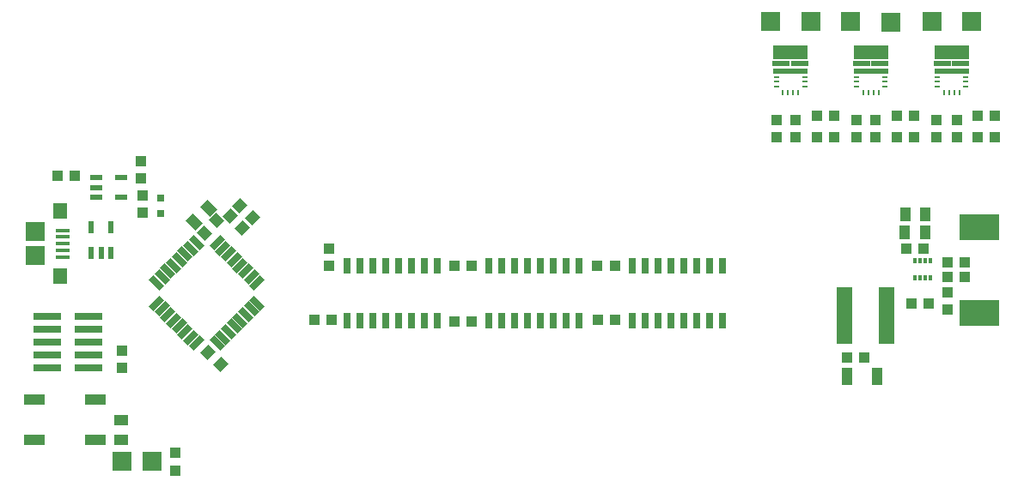
<source format=gbr>
%TF.GenerationSoftware,Altium Limited,Altium Designer,22.9.1 (49)*%
G04 Layer_Color=8421504*
%FSLAX45Y45*%
%MOMM*%
%TF.SameCoordinates,925A93EA-3B44-44BF-AA41-ED200E7300F1*%
%TF.FilePolarity,Positive*%
%TF.FileFunction,Paste,Top*%
%TF.Part,Single*%
G01*
G75*
%TA.AperFunction,SMDPad,CuDef*%
G04:AMPARAMS|DCode=10|XSize=1mm|YSize=1.1mm|CornerRadius=0mm|HoleSize=0mm|Usage=FLASHONLY|Rotation=315.000|XOffset=0mm|YOffset=0mm|HoleType=Round|Shape=Rectangle|*
%AMROTATEDRECTD10*
4,1,4,-0.74246,-0.03535,0.03535,0.74246,0.74246,0.03535,-0.03535,-0.74246,-0.74246,-0.03535,0.0*
%
%ADD10ROTATEDRECTD10*%

%ADD11R,1.00000X1.40000*%
%ADD12R,1.00000X1.10000*%
%ADD13R,0.30000X0.47500*%
%ADD14R,1.65000X5.60000*%
%ADD15R,1.10000X1.00000*%
%ADD16R,1.10000X1.80000*%
%ADD17R,4.00000X2.50000*%
%ADD18R,2.00000X1.00000*%
%ADD19R,2.00000X1.00000*%
%ADD20R,1.40000X1.00000*%
%ADD21R,1.90000X1.90000*%
%ADD22R,2.79000X0.74000*%
G04:AMPARAMS|DCode=23|XSize=1.475mm|YSize=0.6mm|CornerRadius=0mm|HoleSize=0mm|Usage=FLASHONLY|Rotation=225.000|XOffset=0mm|YOffset=0mm|HoleType=Round|Shape=Rectangle|*
%AMROTATEDRECTD23*
4,1,4,0.30936,0.73362,0.73362,0.30936,-0.30936,-0.73362,-0.73362,-0.30936,0.30936,0.73362,0.0*
%
%ADD23ROTATEDRECTD23*%

G04:AMPARAMS|DCode=24|XSize=1.475mm|YSize=0.6mm|CornerRadius=0mm|HoleSize=0mm|Usage=FLASHONLY|Rotation=135.000|XOffset=0mm|YOffset=0mm|HoleType=Round|Shape=Rectangle|*
%AMROTATEDRECTD24*
4,1,4,0.73362,-0.30936,0.30936,-0.73362,-0.73362,0.30936,-0.30936,0.73362,0.73362,-0.30936,0.0*
%
%ADD24ROTATEDRECTD24*%

%ADD25R,0.60000X0.25000*%
%ADD26R,3.50000X0.50000*%
%ADD27R,1.67500X0.50000*%
%ADD28R,3.50000X1.40000*%
%ADD29R,0.25000X0.60000*%
%ADD30R,0.65000X1.52500*%
G04:AMPARAMS|DCode=31|XSize=1mm|YSize=1.1mm|CornerRadius=0mm|HoleSize=0mm|Usage=FLASHONLY|Rotation=225.000|XOffset=0mm|YOffset=0mm|HoleType=Round|Shape=Rectangle|*
%AMROTATEDRECTD31*
4,1,4,-0.03535,0.74246,0.74246,-0.03535,0.03535,-0.74246,-0.74246,0.03535,-0.03535,0.74246,0.0*
%
%ADD31ROTATEDRECTD31*%

G04:AMPARAMS|DCode=32|XSize=1mm|YSize=1.4mm|CornerRadius=0mm|HoleSize=0mm|Usage=FLASHONLY|Rotation=225.000|XOffset=0mm|YOffset=0mm|HoleType=Round|Shape=Rectangle|*
%AMROTATEDRECTD32*
4,1,4,-0.14142,0.84853,0.84853,-0.14142,0.14142,-0.84853,-0.84853,0.14142,-0.14142,0.84853,0.0*
%
%ADD32ROTATEDRECTD32*%

%ADD33R,1.90000X1.90000*%
%ADD34R,0.80000X0.80000*%
%TA.AperFunction,ConnectorPad*%
%ADD35R,1.40000X1.60000*%
%ADD36R,1.35000X0.40000*%
%TA.AperFunction,SMDPad,CuDef*%
%ADD37R,0.60000X1.20000*%
%ADD38R,1.25000X0.60000*%
D10*
X2232396Y3512604D02*
D03*
X2352604Y3392396D02*
D03*
X2132396Y3415104D02*
D03*
X2252604Y3294896D02*
D03*
X2040104Y1947396D02*
D03*
X1919896Y2067604D02*
D03*
D11*
X8985601Y3252700D02*
D03*
X8785600Y3252700D02*
D03*
X8987500Y3427500D02*
D03*
X8787500Y3427500D02*
D03*
D12*
X8970601Y3092201D02*
D03*
X8800600Y3092201D02*
D03*
X9020000Y2552500D02*
D03*
X8850000Y2552500D02*
D03*
X9205000Y2810000D02*
D03*
X9375000Y2810000D02*
D03*
X9375000Y2960000D02*
D03*
X9205000Y2960000D02*
D03*
X8387500Y2017500D02*
D03*
X8217500Y2017500D02*
D03*
X9673500Y4191000D02*
D03*
X9503500Y4191000D02*
D03*
X9673500Y4406900D02*
D03*
X9503500Y4406900D02*
D03*
X8873400Y4191000D02*
D03*
X8703400Y4191000D02*
D03*
X8873400Y4406900D02*
D03*
X8703400Y4406900D02*
D03*
X8086000Y4191000D02*
D03*
X7916000Y4191000D02*
D03*
X8086000Y4406900D02*
D03*
X7916000Y4406900D02*
D03*
X4347300Y2921000D02*
D03*
X4517300Y2921000D02*
D03*
X4347300Y2374900D02*
D03*
X4517300Y2374900D02*
D03*
X5755000Y2920000D02*
D03*
X5925000Y2920000D02*
D03*
X5757000Y2387600D02*
D03*
X5927000Y2387600D02*
D03*
X2963000Y2387600D02*
D03*
X3133000Y2387600D02*
D03*
X435700Y3810000D02*
D03*
X605700Y3810000D02*
D03*
D13*
X9035000Y2973800D02*
D03*
X8985000Y2973800D02*
D03*
X8935000Y2973800D02*
D03*
X8885000Y2973800D02*
D03*
X8885000Y2806200D02*
D03*
X8935000Y2806200D02*
D03*
X8985000Y2806200D02*
D03*
X9035000Y2806200D02*
D03*
D14*
X8190000Y2430000D02*
D03*
X8605000Y2430000D02*
D03*
D15*
X9210000Y2490000D02*
D03*
X9210000Y2660000D02*
D03*
X1070000Y2082500D02*
D03*
X1070000Y1912500D02*
D03*
X8496300Y4194900D02*
D03*
X8496300Y4364900D02*
D03*
X9093200Y4194900D02*
D03*
X9093200Y4364900D02*
D03*
X9296400Y4194900D02*
D03*
X9296400Y4364900D02*
D03*
X7518399Y4194900D02*
D03*
X7518399Y4364900D02*
D03*
X7708900Y4194900D02*
D03*
X7708900Y4364900D02*
D03*
X8305800Y4194900D02*
D03*
X8305800Y4364900D02*
D03*
X3111500Y3094900D02*
D03*
X3111500Y2924900D02*
D03*
X1597500Y1072500D02*
D03*
X1597500Y902500D02*
D03*
X1257300Y3958500D02*
D03*
X1257300Y3788500D02*
D03*
X1270000Y3615600D02*
D03*
X1270000Y3445600D02*
D03*
D16*
X8212500Y1827500D02*
D03*
X8512500Y1827500D02*
D03*
D17*
X9520000Y3300000D02*
D03*
X9520000Y2455000D02*
D03*
D18*
X207500Y1600000D02*
D03*
X807500Y1600000D02*
D03*
D19*
X207500Y1200000D02*
D03*
X807500Y1200000D02*
D03*
D20*
X1065000Y1200000D02*
D03*
X1065000Y1400000D02*
D03*
D21*
X9440000Y5337500D02*
D03*
X8647500Y5327500D02*
D03*
X8247500Y5337500D02*
D03*
X7463700Y5337500D02*
D03*
X7857500Y5337500D02*
D03*
X9051200Y5337500D02*
D03*
D22*
X737000Y1914100D02*
D03*
X330000Y1914100D02*
D03*
X737000Y2041100D02*
D03*
X330000Y2041100D02*
D03*
X737000Y2168100D02*
D03*
X330000Y2168100D02*
D03*
X737000Y2295100D02*
D03*
X330000Y2295100D02*
D03*
X737000Y2422100D02*
D03*
X330000Y2422100D02*
D03*
D23*
X1803318Y2156638D02*
D03*
X1746750Y2213207D02*
D03*
X1690181Y2269775D02*
D03*
X1633612Y2326344D02*
D03*
X1577044Y2382912D02*
D03*
X1520475Y2439481D02*
D03*
X1463907Y2496050D02*
D03*
X1407338Y2552618D02*
D03*
X2006682Y3151962D02*
D03*
X2063250Y3095393D02*
D03*
X2119819Y3038825D02*
D03*
X2176388Y2982256D02*
D03*
X2232956Y2925688D02*
D03*
X2289525Y2869119D02*
D03*
X2346093Y2812550D02*
D03*
X2402662Y2755982D02*
D03*
D24*
X1407338Y2755982D02*
D03*
X1463907Y2812550D02*
D03*
X1520475Y2869119D02*
D03*
X1577044Y2925688D02*
D03*
X1633612Y2982256D02*
D03*
X1690181Y3038825D02*
D03*
X1746750Y3095393D02*
D03*
X1803318Y3151962D02*
D03*
X2402662Y2552618D02*
D03*
X2346093Y2496050D02*
D03*
X2289525Y2439481D02*
D03*
X2232956Y2382912D02*
D03*
X2176388Y2326344D02*
D03*
X2119819Y2269775D02*
D03*
X2063250Y2213207D02*
D03*
X2006682Y2156638D02*
D03*
D25*
X7798100Y4688900D02*
D03*
X7798100Y4738900D02*
D03*
X7798100Y4788900D02*
D03*
X7518100Y4788900D02*
D03*
X7518100Y4738900D02*
D03*
X7518100Y4688900D02*
D03*
X8309400Y4688900D02*
D03*
X8309400Y4738900D02*
D03*
X8309400Y4788900D02*
D03*
X8589400Y4788900D02*
D03*
X8589400Y4738900D02*
D03*
X8589400Y4688900D02*
D03*
X9385600Y4688900D02*
D03*
X9385600Y4738900D02*
D03*
X9385600Y4788900D02*
D03*
X9105600Y4788900D02*
D03*
X9105600Y4738900D02*
D03*
X9105600Y4688900D02*
D03*
D26*
X7658100Y4846400D02*
D03*
X8449400Y4846400D02*
D03*
X9245600Y4846400D02*
D03*
D27*
X7749300Y4916400D02*
D03*
X7566900Y4916400D02*
D03*
X8358200Y4916400D02*
D03*
X8540600Y4916400D02*
D03*
X9336800Y4916400D02*
D03*
X9154400Y4916400D02*
D03*
D28*
X7658100Y5031400D02*
D03*
X8449400Y5031400D02*
D03*
X9245600Y5031400D02*
D03*
D29*
X7583100Y4636400D02*
D03*
X7633100Y4636400D02*
D03*
X7683100Y4636400D02*
D03*
X7733100Y4636400D02*
D03*
X8524400Y4636400D02*
D03*
X8474400Y4636400D02*
D03*
X8424400Y4636400D02*
D03*
X8374400Y4636400D02*
D03*
X9170600Y4636400D02*
D03*
X9220600Y4636400D02*
D03*
X9270600Y4636400D02*
D03*
X9320600Y4636400D02*
D03*
D30*
X4686300Y2383100D02*
D03*
X4813300Y2383100D02*
D03*
X4940300Y2383100D02*
D03*
X5067300Y2383100D02*
D03*
X5194300Y2383100D02*
D03*
X5321300Y2383100D02*
D03*
X5448300Y2383100D02*
D03*
X5575300Y2383100D02*
D03*
X5575300Y2925500D02*
D03*
X5448300Y2925500D02*
D03*
X5321300Y2925500D02*
D03*
X5194300Y2925500D02*
D03*
X5067300Y2925500D02*
D03*
X4940300Y2925500D02*
D03*
X4813300Y2925500D02*
D03*
X4686300Y2925500D02*
D03*
X6096000Y2383100D02*
D03*
X6223000Y2383100D02*
D03*
X6350000Y2383100D02*
D03*
X6477000Y2383100D02*
D03*
X6604000Y2383100D02*
D03*
X6731000Y2383100D02*
D03*
X6858000Y2383100D02*
D03*
X6985000Y2383100D02*
D03*
X6985000Y2925500D02*
D03*
X6858000Y2925500D02*
D03*
X6731000Y2925500D02*
D03*
X6604000Y2925500D02*
D03*
X6477000Y2925500D02*
D03*
X6350000Y2925500D02*
D03*
X6223000Y2925500D02*
D03*
X6096000Y2925500D02*
D03*
X3289300Y2383100D02*
D03*
X3416300Y2383100D02*
D03*
X3543300Y2383100D02*
D03*
X3670300Y2383100D02*
D03*
X3797300Y2383100D02*
D03*
X3924300Y2383100D02*
D03*
X4051300Y2383100D02*
D03*
X4178300Y2383100D02*
D03*
X4178300Y2925500D02*
D03*
X4051300Y2925500D02*
D03*
X3924300Y2925500D02*
D03*
X3797300Y2925500D02*
D03*
X3670300Y2925500D02*
D03*
X3543300Y2925500D02*
D03*
X3416300Y2925500D02*
D03*
X3289300Y2925500D02*
D03*
D31*
X1883196Y3247096D02*
D03*
X2003404Y3367304D02*
D03*
D32*
X1783689Y3350789D02*
D03*
X1925111Y3492211D02*
D03*
D33*
X1067500Y990000D02*
D03*
X1367500Y992500D02*
D03*
X215100Y3021000D02*
D03*
X215100Y3261000D02*
D03*
D34*
X1447800Y3442900D02*
D03*
X1447800Y3592900D02*
D03*
D35*
X460100Y2821000D02*
D03*
X460100Y3461000D02*
D03*
D36*
X482600Y3011000D02*
D03*
X482600Y3076000D02*
D03*
X482600Y3141000D02*
D03*
X482600Y3206000D02*
D03*
X482600Y3271000D02*
D03*
D37*
X768600Y3050000D02*
D03*
X863600Y3050000D02*
D03*
X958600Y3050000D02*
D03*
X958600Y3300000D02*
D03*
X768600Y3300000D02*
D03*
D38*
X814800Y3790700D02*
D03*
X814800Y3695700D02*
D03*
X814800Y3600700D02*
D03*
X1064800Y3600700D02*
D03*
X1064800Y3790700D02*
D03*
%TF.MD5,ccf63a7d45634ec06f4185fc44b7f93e*%
M02*

</source>
